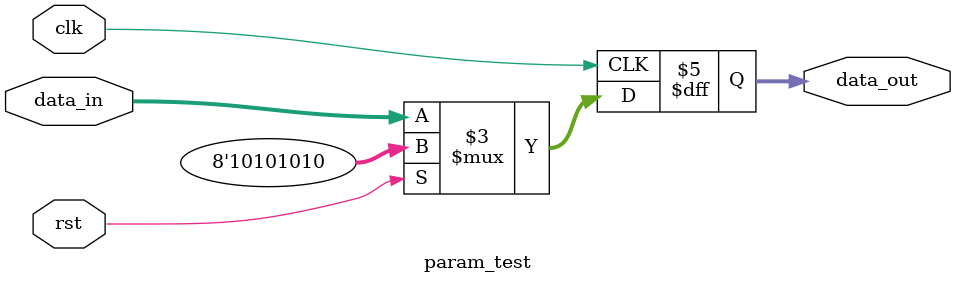
<source format=v>
module param_test #(
    parameter WIDTH = 8,
    parameter DEPTH = 16,
    parameter INIT_VALUE = 8'hAA
) (
    input  wire             clk,
    input  wire             rst,
    input  wire [WIDTH-1:0] data_in,
    output reg  [WIDTH-1:0] data_out
);

    // Simple register with parameterized width
    always @(posedge clk) begin
        if (rst)
            data_out <= INIT_VALUE;
        else
            data_out <= data_in;
    end

endmodule
</source>
